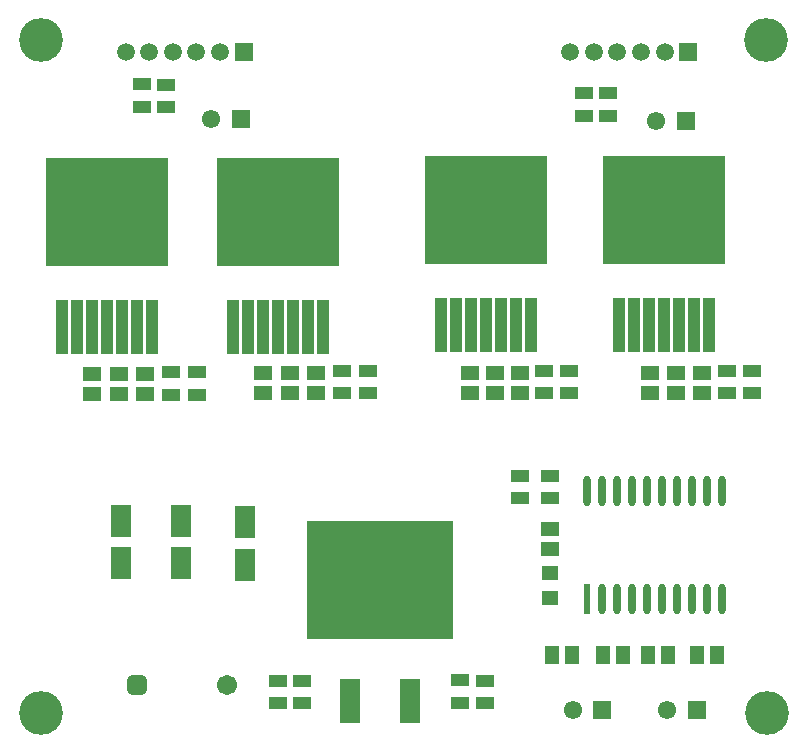
<source format=gts>
G04*
G04 #@! TF.GenerationSoftware,Altium Limited,Altium Designer,22.9.1 (49)*
G04*
G04 Layer_Color=8388736*
%FSTAX24Y24*%
%MOIN*%
G70*
G04*
G04 #@! TF.SameCoordinates,DC5806C5-9D72-4097-8AC5-96CD70471510*
G04*
G04*
G04 #@! TF.FilePolarity,Negative*
G04*
G01*
G75*
G04:AMPARAMS|DCode=24|XSize=102.5mil|YSize=24.5mil|CornerRadius=12.2mil|HoleSize=0mil|Usage=FLASHONLY|Rotation=90.000|XOffset=0mil|YOffset=0mil|HoleType=Round|Shape=RoundedRectangle|*
%AMROUNDEDRECTD24*
21,1,0.1025,0.0000,0,0,90.0*
21,1,0.0780,0.0245,0,0,90.0*
1,1,0.0245,0.0000,0.0390*
1,1,0.0245,0.0000,-0.0390*
1,1,0.0245,0.0000,-0.0390*
1,1,0.0245,0.0000,0.0390*
%
%ADD24ROUNDEDRECTD24*%
%ADD25R,0.0245X0.1025*%
%ADD26R,0.0513X0.0592*%
%ADD27R,0.0710X0.1104*%
%ADD28R,0.0415X0.1793*%
%ADD29R,0.4076X0.3584*%
%ADD30R,0.0592X0.0513*%
%ADD31R,0.4883X0.3919*%
%ADD32R,0.0710X0.1458*%
%ADD33R,0.0592X0.0434*%
%ADD34R,0.0552X0.0513*%
%ADD35C,0.1460*%
%ADD36C,0.0610*%
%ADD37R,0.0610X0.0610*%
%ADD38C,0.0592*%
%ADD39R,0.0592X0.0592*%
G04:AMPARAMS|DCode=40|XSize=67.1mil|YSize=67.1mil|CornerRadius=18.8mil|HoleSize=0mil|Usage=FLASHONLY|Rotation=0.000|XOffset=0mil|YOffset=0mil|HoleType=Round|Shape=RoundedRectangle|*
%AMROUNDEDRECTD40*
21,1,0.0671,0.0295,0,0,0.0*
21,1,0.0295,0.0671,0,0,0.0*
1,1,0.0375,0.0148,-0.0148*
1,1,0.0375,-0.0148,-0.0148*
1,1,0.0375,-0.0148,0.0148*
1,1,0.0375,0.0148,0.0148*
%
%ADD40ROUNDEDRECTD40*%
%ADD41C,0.0671*%
D24*
X0191Y008397D02*
D03*
X0196D02*
D03*
X0201D02*
D03*
X0206D02*
D03*
X0211D02*
D03*
X0216D02*
D03*
X0221D02*
D03*
X0226D02*
D03*
X0231D02*
D03*
X0236D02*
D03*
Y004803D02*
D03*
X0231D02*
D03*
X0226D02*
D03*
X0221D02*
D03*
X0216D02*
D03*
X0211D02*
D03*
X0206D02*
D03*
X0201D02*
D03*
X0196D02*
D03*
D25*
X0191D02*
D03*
D26*
X017931Y00295D02*
D03*
X0186D02*
D03*
X019615D02*
D03*
X020285D02*
D03*
X021785D02*
D03*
X021115D02*
D03*
X022765D02*
D03*
X023435D02*
D03*
D27*
X0077Y005941D02*
D03*
Y007359D02*
D03*
X00355Y005991D02*
D03*
Y007409D02*
D03*
X00555Y007409D02*
D03*
Y005991D02*
D03*
D28*
X02015Y013938D02*
D03*
X02065D02*
D03*
X02115D02*
D03*
X02165D02*
D03*
X02215D02*
D03*
X02265D02*
D03*
X02315D02*
D03*
X017217D02*
D03*
X016717D02*
D03*
X016217D02*
D03*
X015717D02*
D03*
X015217D02*
D03*
X014717D02*
D03*
X014217D02*
D03*
X0046Y013888D02*
D03*
X0041D02*
D03*
X0036D02*
D03*
X0031D02*
D03*
X0026D02*
D03*
X0021D02*
D03*
X0016D02*
D03*
X010283D02*
D03*
X009783D02*
D03*
X009283D02*
D03*
X008783D02*
D03*
X008283D02*
D03*
X007783D02*
D03*
X007283D02*
D03*
D29*
X02165Y017757D02*
D03*
X015717D02*
D03*
X0031Y017707D02*
D03*
X008783D02*
D03*
D30*
X0152Y012355D02*
D03*
Y011686D02*
D03*
X01785Y007135D02*
D03*
Y006465D02*
D03*
X0212Y011686D02*
D03*
Y012355D02*
D03*
X016034Y011686D02*
D03*
Y012355D02*
D03*
X022059Y011686D02*
D03*
Y012355D02*
D03*
X016867Y011686D02*
D03*
Y012355D02*
D03*
X022917Y011686D02*
D03*
Y012355D02*
D03*
X0026Y011636D02*
D03*
Y012305D02*
D03*
X003484Y011636D02*
D03*
Y012305D02*
D03*
X0083Y011686D02*
D03*
Y012355D02*
D03*
X004367Y012305D02*
D03*
Y011636D02*
D03*
X009181Y011686D02*
D03*
Y012355D02*
D03*
X010062Y012355D02*
D03*
Y011686D02*
D03*
D31*
X0122Y00545D02*
D03*
D32*
X0112Y001405D02*
D03*
X0132D02*
D03*
D33*
X0118Y011666D02*
D03*
Y012414D02*
D03*
X017676Y011666D02*
D03*
Y012414D02*
D03*
X005226Y011616D02*
D03*
Y012364D02*
D03*
X00611Y011616D02*
D03*
Y012364D02*
D03*
X01851Y011666D02*
D03*
Y012414D02*
D03*
X01786Y008166D02*
D03*
Y008914D02*
D03*
X01686Y008166D02*
D03*
Y008914D02*
D03*
X010919Y011666D02*
D03*
Y012414D02*
D03*
X023751Y011666D02*
D03*
Y012414D02*
D03*
X02461Y011666D02*
D03*
Y012414D02*
D03*
X01569Y002084D02*
D03*
Y001336D02*
D03*
X01485Y002098D02*
D03*
Y00135D02*
D03*
X00959Y002084D02*
D03*
Y001336D02*
D03*
X00879Y002084D02*
D03*
Y001336D02*
D03*
X00505Y021202D02*
D03*
Y02195D02*
D03*
X00426Y021216D02*
D03*
Y021964D02*
D03*
X01981Y020916D02*
D03*
Y021664D02*
D03*
X01901Y020916D02*
D03*
Y021664D02*
D03*
D34*
X01785Y005663D02*
D03*
Y004837D02*
D03*
D35*
X02505Y02345D02*
D03*
X0009Y001D02*
D03*
Y02345D02*
D03*
X0251Y001D02*
D03*
D36*
X021766Y0011D02*
D03*
X018616D02*
D03*
X006566Y0208D02*
D03*
X0214Y02075D02*
D03*
D37*
X02275Y0011D02*
D03*
X0196D02*
D03*
X00755Y0208D02*
D03*
X022384Y02075D02*
D03*
D38*
X018532Y02305D02*
D03*
X019319D02*
D03*
X020894D02*
D03*
X021681D02*
D03*
X020106D02*
D03*
X003713D02*
D03*
X0045D02*
D03*
X006075D02*
D03*
X006863D02*
D03*
X005288D02*
D03*
D39*
X022469D02*
D03*
X00765D02*
D03*
D40*
X0041Y00195D02*
D03*
D41*
X0071D02*
D03*
M02*

</source>
